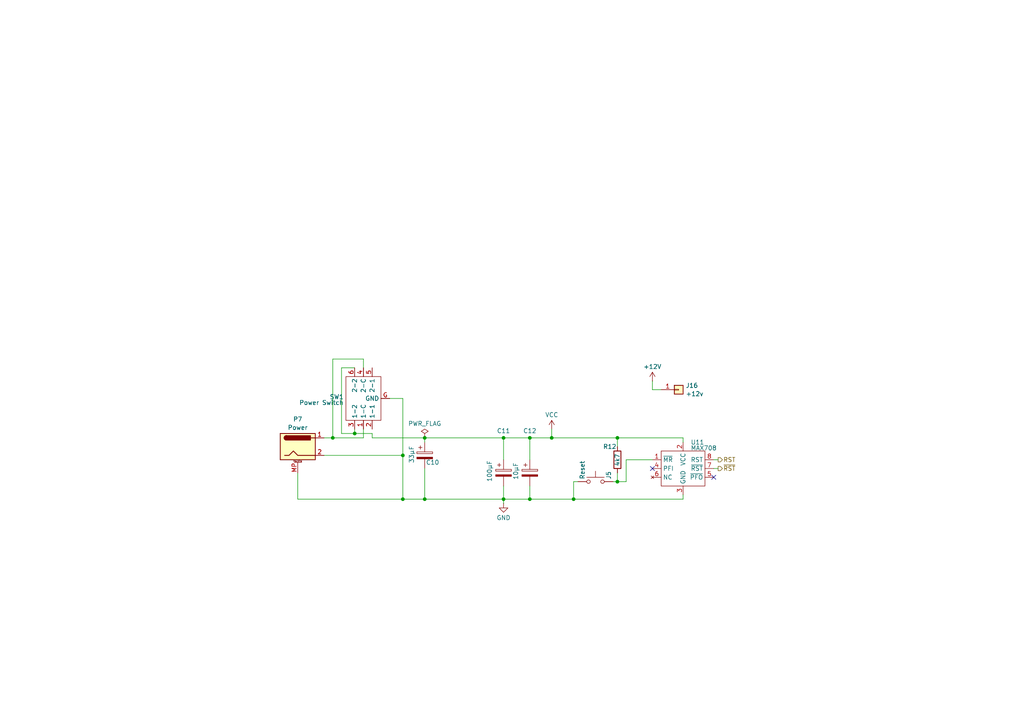
<source format=kicad_sch>
(kicad_sch
	(version 20250114)
	(generator "eeschema")
	(generator_version "9.0")
	(uuid "07ac2621-b141-4284-8c2f-efdbae4683df")
	(paper "A4")
	(title_block
		(title "MicroLind - PSU & Reset")
		(date "2025-03-03")
		(rev "C0")
		(company "Eric Lind")
	)
	(lib_symbols
		(symbol "Connector:Barrel_Jack_MountingPin"
			(pin_names
				(hide yes)
			)
			(exclude_from_sim no)
			(in_bom yes)
			(on_board yes)
			(property "Reference" "J"
				(at 0 5.334 0)
				(effects
					(font
						(size 1.27 1.27)
					)
				)
			)
			(property "Value" "Barrel_Jack_MountingPin"
				(at 1.27 -6.35 0)
				(effects
					(font
						(size 1.27 1.27)
					)
					(justify left)
				)
			)
			(property "Footprint" ""
				(at 1.27 -1.016 0)
				(effects
					(font
						(size 1.27 1.27)
					)
					(hide yes)
				)
			)
			(property "Datasheet" "~"
				(at 1.27 -1.016 0)
				(effects
					(font
						(size 1.27 1.27)
					)
					(hide yes)
				)
			)
			(property "Description" "DC Barrel Jack with a mounting pin"
				(at 0 0 0)
				(effects
					(font
						(size 1.27 1.27)
					)
					(hide yes)
				)
			)
			(property "ki_keywords" "DC power barrel jack connector"
				(at 0 0 0)
				(effects
					(font
						(size 1.27 1.27)
					)
					(hide yes)
				)
			)
			(property "ki_fp_filters" "BarrelJack*"
				(at 0 0 0)
				(effects
					(font
						(size 1.27 1.27)
					)
					(hide yes)
				)
			)
			(symbol "Barrel_Jack_MountingPin_0_1"
				(rectangle
					(start -5.08 3.81)
					(end 5.08 -3.81)
					(stroke
						(width 0.254)
						(type solid)
					)
					(fill
						(type background)
					)
				)
				(polyline
					(pts
						(xy -3.81 -2.54) (xy -2.54 -2.54) (xy -1.27 -1.27) (xy 0 -2.54) (xy 2.54 -2.54) (xy 5.08 -2.54)
					)
					(stroke
						(width 0.254)
						(type solid)
					)
					(fill
						(type none)
					)
				)
				(arc
					(start -3.302 1.905)
					(mid -3.937 2.54)
					(end -3.302 3.175)
					(stroke
						(width 0.254)
						(type solid)
					)
					(fill
						(type none)
					)
				)
				(arc
					(start -3.302 1.905)
					(mid -3.937 2.54)
					(end -3.302 3.175)
					(stroke
						(width 0.254)
						(type solid)
					)
					(fill
						(type outline)
					)
				)
				(rectangle
					(start 3.683 3.175)
					(end -3.302 1.905)
					(stroke
						(width 0.254)
						(type solid)
					)
					(fill
						(type outline)
					)
				)
				(polyline
					(pts
						(xy 5.08 2.54) (xy 3.81 2.54)
					)
					(stroke
						(width 0.254)
						(type solid)
					)
					(fill
						(type none)
					)
				)
			)
			(symbol "Barrel_Jack_MountingPin_1_1"
				(polyline
					(pts
						(xy -1.016 -4.572) (xy 1.016 -4.572)
					)
					(stroke
						(width 0.1524)
						(type solid)
					)
					(fill
						(type none)
					)
				)
				(text "Mounting"
					(at 0 -4.191 0)
					(effects
						(font
							(size 0.381 0.381)
						)
					)
				)
				(pin passive line
					(at 0 -7.62 90)
					(length 3.048)
					(name "MountPin"
						(effects
							(font
								(size 1.27 1.27)
							)
						)
					)
					(number "MP"
						(effects
							(font
								(size 1.27 1.27)
							)
						)
					)
				)
				(pin passive line
					(at 7.62 2.54 180)
					(length 2.54)
					(name "~"
						(effects
							(font
								(size 1.27 1.27)
							)
						)
					)
					(number "1"
						(effects
							(font
								(size 1.27 1.27)
							)
						)
					)
				)
				(pin passive line
					(at 7.62 -2.54 180)
					(length 2.54)
					(name "~"
						(effects
							(font
								(size 1.27 1.27)
							)
						)
					)
					(number "2"
						(effects
							(font
								(size 1.27 1.27)
							)
						)
					)
				)
			)
			(embedded_fonts no)
		)
		(symbol "Connector_Generic:Conn_01x01"
			(pin_names
				(offset 1.016)
				(hide yes)
			)
			(exclude_from_sim no)
			(in_bom yes)
			(on_board yes)
			(property "Reference" "J"
				(at 0 2.54 0)
				(effects
					(font
						(size 1.27 1.27)
					)
				)
			)
			(property "Value" "Conn_01x01"
				(at 0 -2.54 0)
				(effects
					(font
						(size 1.27 1.27)
					)
				)
			)
			(property "Footprint" ""
				(at 0 0 0)
				(effects
					(font
						(size 1.27 1.27)
					)
					(hide yes)
				)
			)
			(property "Datasheet" "~"
				(at 0 0 0)
				(effects
					(font
						(size 1.27 1.27)
					)
					(hide yes)
				)
			)
			(property "Description" "Generic connector, single row, 01x01, script generated (kicad-library-utils/schlib/autogen/connector/)"
				(at 0 0 0)
				(effects
					(font
						(size 1.27 1.27)
					)
					(hide yes)
				)
			)
			(property "ki_keywords" "connector"
				(at 0 0 0)
				(effects
					(font
						(size 1.27 1.27)
					)
					(hide yes)
				)
			)
			(property "ki_fp_filters" "Connector*:*_1x??_*"
				(at 0 0 0)
				(effects
					(font
						(size 1.27 1.27)
					)
					(hide yes)
				)
			)
			(symbol "Conn_01x01_1_1"
				(rectangle
					(start -1.27 1.27)
					(end 1.27 -1.27)
					(stroke
						(width 0.254)
						(type default)
					)
					(fill
						(type background)
					)
				)
				(rectangle
					(start -1.27 0.127)
					(end 0 -0.127)
					(stroke
						(width 0.1524)
						(type default)
					)
					(fill
						(type none)
					)
				)
				(pin passive line
					(at -5.08 0 0)
					(length 3.81)
					(name "Pin_1"
						(effects
							(font
								(size 1.27 1.27)
							)
						)
					)
					(number "1"
						(effects
							(font
								(size 1.27 1.27)
							)
						)
					)
				)
			)
			(embedded_fonts no)
		)
		(symbol "Device:C_Polarized"
			(pin_numbers
				(hide yes)
			)
			(pin_names
				(offset 0.254)
			)
			(exclude_from_sim no)
			(in_bom yes)
			(on_board yes)
			(property "Reference" "C"
				(at 0.635 2.54 0)
				(effects
					(font
						(size 1.27 1.27)
					)
					(justify left)
				)
			)
			(property "Value" "C_Polarized"
				(at 0.635 -2.54 0)
				(effects
					(font
						(size 1.27 1.27)
					)
					(justify left)
				)
			)
			(property "Footprint" ""
				(at 0.9652 -3.81 0)
				(effects
					(font
						(size 1.27 1.27)
					)
					(hide yes)
				)
			)
			(property "Datasheet" "~"
				(at 0 0 0)
				(effects
					(font
						(size 1.27 1.27)
					)
					(hide yes)
				)
			)
			(property "Description" "Polarized capacitor"
				(at 0 0 0)
				(effects
					(font
						(size 1.27 1.27)
					)
					(hide yes)
				)
			)
			(property "ki_keywords" "cap capacitor"
				(at 0 0 0)
				(effects
					(font
						(size 1.27 1.27)
					)
					(hide yes)
				)
			)
			(property "ki_fp_filters" "CP_*"
				(at 0 0 0)
				(effects
					(font
						(size 1.27 1.27)
					)
					(hide yes)
				)
			)
			(symbol "C_Polarized_0_1"
				(rectangle
					(start -2.286 0.508)
					(end 2.286 1.016)
					(stroke
						(width 0)
						(type default)
					)
					(fill
						(type none)
					)
				)
				(polyline
					(pts
						(xy -1.778 2.286) (xy -0.762 2.286)
					)
					(stroke
						(width 0)
						(type default)
					)
					(fill
						(type none)
					)
				)
				(polyline
					(pts
						(xy -1.27 2.794) (xy -1.27 1.778)
					)
					(stroke
						(width 0)
						(type default)
					)
					(fill
						(type none)
					)
				)
				(rectangle
					(start 2.286 -0.508)
					(end -2.286 -1.016)
					(stroke
						(width 0)
						(type default)
					)
					(fill
						(type outline)
					)
				)
			)
			(symbol "C_Polarized_1_1"
				(pin passive line
					(at 0 3.81 270)
					(length 2.794)
					(name "~"
						(effects
							(font
								(size 1.27 1.27)
							)
						)
					)
					(number "1"
						(effects
							(font
								(size 1.27 1.27)
							)
						)
					)
				)
				(pin passive line
					(at 0 -3.81 90)
					(length 2.794)
					(name "~"
						(effects
							(font
								(size 1.27 1.27)
							)
						)
					)
					(number "2"
						(effects
							(font
								(size 1.27 1.27)
							)
						)
					)
				)
			)
			(embedded_fonts no)
		)
		(symbol "Device:R"
			(pin_numbers
				(hide yes)
			)
			(pin_names
				(offset 0)
			)
			(exclude_from_sim no)
			(in_bom yes)
			(on_board yes)
			(property "Reference" "R"
				(at 2.032 0 90)
				(effects
					(font
						(size 1.27 1.27)
					)
				)
			)
			(property "Value" "R"
				(at 0 0 90)
				(effects
					(font
						(size 1.27 1.27)
					)
				)
			)
			(property "Footprint" ""
				(at -1.778 0 90)
				(effects
					(font
						(size 1.27 1.27)
					)
					(hide yes)
				)
			)
			(property "Datasheet" "~"
				(at 0 0 0)
				(effects
					(font
						(size 1.27 1.27)
					)
					(hide yes)
				)
			)
			(property "Description" "Resistor"
				(at 0 0 0)
				(effects
					(font
						(size 1.27 1.27)
					)
					(hide yes)
				)
			)
			(property "ki_keywords" "R res resistor"
				(at 0 0 0)
				(effects
					(font
						(size 1.27 1.27)
					)
					(hide yes)
				)
			)
			(property "ki_fp_filters" "R_*"
				(at 0 0 0)
				(effects
					(font
						(size 1.27 1.27)
					)
					(hide yes)
				)
			)
			(symbol "R_0_1"
				(rectangle
					(start -1.016 -2.54)
					(end 1.016 2.54)
					(stroke
						(width 0.254)
						(type default)
					)
					(fill
						(type none)
					)
				)
			)
			(symbol "R_1_1"
				(pin passive line
					(at 0 3.81 270)
					(length 1.27)
					(name "~"
						(effects
							(font
								(size 1.27 1.27)
							)
						)
					)
					(number "1"
						(effects
							(font
								(size 1.27 1.27)
							)
						)
					)
				)
				(pin passive line
					(at 0 -3.81 90)
					(length 1.27)
					(name "~"
						(effects
							(font
								(size 1.27 1.27)
							)
						)
					)
					(number "2"
						(effects
							(font
								(size 1.27 1.27)
							)
						)
					)
				)
			)
			(embedded_fonts no)
		)
		(symbol "Switch:SW_Push"
			(pin_numbers
				(hide yes)
			)
			(pin_names
				(offset 1.016)
				(hide yes)
			)
			(exclude_from_sim no)
			(in_bom yes)
			(on_board yes)
			(property "Reference" "SW"
				(at 1.27 2.54 0)
				(effects
					(font
						(size 1.27 1.27)
					)
					(justify left)
				)
			)
			(property "Value" "SW_Push"
				(at 0 -1.524 0)
				(effects
					(font
						(size 1.27 1.27)
					)
				)
			)
			(property "Footprint" ""
				(at 0 5.08 0)
				(effects
					(font
						(size 1.27 1.27)
					)
					(hide yes)
				)
			)
			(property "Datasheet" "~"
				(at 0 5.08 0)
				(effects
					(font
						(size 1.27 1.27)
					)
					(hide yes)
				)
			)
			(property "Description" "Push button switch, generic, two pins"
				(at 0 0 0)
				(effects
					(font
						(size 1.27 1.27)
					)
					(hide yes)
				)
			)
			(property "ki_keywords" "switch normally-open pushbutton push-button"
				(at 0 0 0)
				(effects
					(font
						(size 1.27 1.27)
					)
					(hide yes)
				)
			)
			(symbol "SW_Push_0_1"
				(circle
					(center -2.032 0)
					(radius 0.508)
					(stroke
						(width 0)
						(type default)
					)
					(fill
						(type none)
					)
				)
				(polyline
					(pts
						(xy 0 1.27) (xy 0 3.048)
					)
					(stroke
						(width 0)
						(type default)
					)
					(fill
						(type none)
					)
				)
				(circle
					(center 2.032 0)
					(radius 0.508)
					(stroke
						(width 0)
						(type default)
					)
					(fill
						(type none)
					)
				)
				(polyline
					(pts
						(xy 2.54 1.27) (xy -2.54 1.27)
					)
					(stroke
						(width 0)
						(type default)
					)
					(fill
						(type none)
					)
				)
				(pin passive line
					(at -5.08 0 0)
					(length 2.54)
					(name "1"
						(effects
							(font
								(size 1.27 1.27)
							)
						)
					)
					(number "1"
						(effects
							(font
								(size 1.27 1.27)
							)
						)
					)
				)
				(pin passive line
					(at 5.08 0 180)
					(length 2.54)
					(name "2"
						(effects
							(font
								(size 1.27 1.27)
							)
						)
					)
					(number "2"
						(effects
							(font
								(size 1.27 1.27)
							)
						)
					)
				)
			)
			(embedded_fonts no)
		)
		(symbol "motherboard:CMD-Switch"
			(exclude_from_sim no)
			(in_bom yes)
			(on_board yes)
			(property "Reference" "SW"
				(at 0 11.938 0)
				(effects
					(font
						(size 1.27 1.27)
					)
				)
			)
			(property "Value" ""
				(at 0 0 0)
				(effects
					(font
						(size 1.27 1.27)
					)
				)
			)
			(property "Footprint" ""
				(at 0 0 0)
				(effects
					(font
						(size 1.27 1.27)
					)
					(hide yes)
				)
			)
			(property "Datasheet" ""
				(at 0 0 0)
				(effects
					(font
						(size 1.27 1.27)
					)
					(hide yes)
				)
			)
			(property "Description" ""
				(at 0 0 0)
				(effects
					(font
						(size 1.27 1.27)
					)
					(hide yes)
				)
			)
			(symbol "CMD-Switch_0_1"
				(polyline
					(pts
						(xy -6.35 10.16) (xy -6.35 0) (xy 6.35 0) (xy 6.35 10.16) (xy -6.35 10.16)
					)
					(stroke
						(width 0)
						(type default)
					)
					(fill
						(type none)
					)
				)
			)
			(symbol "CMD-Switch_1_1"
				(pin output line
					(at -8.89 7.62 0)
					(length 2.54)
					(name "1-2"
						(effects
							(font
								(size 1.27 1.27)
							)
						)
					)
					(number "3"
						(effects
							(font
								(size 1.27 1.27)
							)
						)
					)
				)
				(pin input line
					(at -8.89 5.08 0)
					(length 2.54)
					(name "1-C"
						(effects
							(font
								(size 1.27 1.27)
							)
						)
					)
					(number "1"
						(effects
							(font
								(size 1.27 1.27)
							)
						)
					)
				)
				(pin output line
					(at -8.89 2.54 0)
					(length 2.54)
					(name "1-1"
						(effects
							(font
								(size 1.27 1.27)
							)
						)
					)
					(number "2"
						(effects
							(font
								(size 1.27 1.27)
							)
						)
					)
				)
				(pin output line
					(at 0 -2.54 90)
					(length 2.54)
					(name "GND"
						(effects
							(font
								(size 1.27 1.27)
							)
						)
					)
					(number "G"
						(effects
							(font
								(size 1.27 1.27)
							)
						)
					)
				)
				(pin output line
					(at 8.89 7.62 180)
					(length 2.54)
					(name "2-2"
						(effects
							(font
								(size 1.27 1.27)
							)
						)
					)
					(number "6"
						(effects
							(font
								(size 1.27 1.27)
							)
						)
					)
				)
				(pin input line
					(at 8.89 5.08 180)
					(length 2.54)
					(name "2-C"
						(effects
							(font
								(size 1.27 1.27)
							)
						)
					)
					(number "4"
						(effects
							(font
								(size 1.27 1.27)
							)
						)
					)
				)
				(pin output line
					(at 8.89 2.54 180)
					(length 2.54)
					(name "2-1"
						(effects
							(font
								(size 1.27 1.27)
							)
						)
					)
					(number "5"
						(effects
							(font
								(size 1.27 1.27)
							)
						)
					)
				)
			)
			(embedded_fonts no)
		)
		(symbol "motherboard:MAX708"
			(exclude_from_sim no)
			(in_bom yes)
			(on_board yes)
			(property "Reference" "U"
				(at 0 0 0)
				(effects
					(font
						(size 1.27 1.27)
					)
				)
			)
			(property "Value" ""
				(at 0 0 0)
				(effects
					(font
						(size 1.27 1.27)
					)
				)
			)
			(property "Footprint" ""
				(at 0 0 0)
				(effects
					(font
						(size 1.27 1.27)
					)
					(hide yes)
				)
			)
			(property "Datasheet" ""
				(at 0 0 0)
				(effects
					(font
						(size 1.27 1.27)
					)
					(hide yes)
				)
			)
			(property "Description" ""
				(at 0 0 0)
				(effects
					(font
						(size 1.27 1.27)
					)
					(hide yes)
				)
			)
			(symbol "MAX708_0_1"
				(rectangle
					(start -1.27 -1.27)
					(end 11.43 -11.43)
					(stroke
						(width 0)
						(type default)
					)
					(fill
						(type none)
					)
				)
			)
			(symbol "MAX708_1_1"
				(pin input line
					(at -3.81 -3.81 0)
					(length 2.54)
					(name "~{MR}"
						(effects
							(font
								(size 1.27 1.27)
							)
						)
					)
					(number "1"
						(effects
							(font
								(size 1.27 1.27)
							)
						)
					)
				)
				(pin input line
					(at -3.81 -6.35 0)
					(length 2.54)
					(name "PFI"
						(effects
							(font
								(size 1.27 1.27)
							)
						)
					)
					(number "4"
						(effects
							(font
								(size 1.27 1.27)
							)
						)
					)
				)
				(pin no_connect line
					(at -3.81 -8.89 0)
					(length 2.54)
					(name "NC"
						(effects
							(font
								(size 1.27 1.27)
							)
						)
					)
					(number "6"
						(effects
							(font
								(size 1.27 1.27)
							)
						)
					)
				)
				(pin power_in line
					(at 5.08 1.27 270)
					(length 2.54)
					(name "VCC"
						(effects
							(font
								(size 1.27 1.27)
							)
						)
					)
					(number "2"
						(effects
							(font
								(size 1.27 1.27)
							)
						)
					)
				)
				(pin power_in line
					(at 5.08 -13.97 90)
					(length 2.54)
					(name "GND"
						(effects
							(font
								(size 1.27 1.27)
							)
						)
					)
					(number "3"
						(effects
							(font
								(size 1.27 1.27)
							)
						)
					)
				)
				(pin output line
					(at 13.97 -3.81 180)
					(length 2.54)
					(name "RST"
						(effects
							(font
								(size 1.27 1.27)
							)
						)
					)
					(number "8"
						(effects
							(font
								(size 1.27 1.27)
							)
						)
					)
				)
				(pin output line
					(at 13.97 -6.35 180)
					(length 2.54)
					(name "~{RST}"
						(effects
							(font
								(size 1.27 1.27)
							)
						)
					)
					(number "7"
						(effects
							(font
								(size 1.27 1.27)
							)
						)
					)
				)
				(pin output line
					(at 13.97 -8.89 180)
					(length 2.54)
					(name "~{PFO}"
						(effects
							(font
								(size 1.27 1.27)
							)
						)
					)
					(number "5"
						(effects
							(font
								(size 1.27 1.27)
							)
						)
					)
				)
			)
			(embedded_fonts no)
		)
		(symbol "power:+12V"
			(power)
			(pin_numbers
				(hide yes)
			)
			(pin_names
				(offset 0)
				(hide yes)
			)
			(exclude_from_sim no)
			(in_bom yes)
			(on_board yes)
			(property "Reference" "#PWR"
				(at 0 -3.81 0)
				(effects
					(font
						(size 1.27 1.27)
					)
					(hide yes)
				)
			)
			(property "Value" "+12V"
				(at 0 3.556 0)
				(effects
					(font
						(size 1.27 1.27)
					)
				)
			)
			(property "Footprint" ""
				(at 0 0 0)
				(effects
					(font
						(size 1.27 1.27)
					)
					(hide yes)
				)
			)
			(property "Datasheet" ""
				(at 0 0 0)
				(effects
					(font
						(size 1.27 1.27)
					)
					(hide yes)
				)
			)
			(property "Description" "Power symbol creates a global label with name \"+12V\""
				(at 0 0 0)
				(effects
					(font
						(size 1.27 1.27)
					)
					(hide yes)
				)
			)
			(property "ki_keywords" "global power"
				(at 0 0 0)
				(effects
					(font
						(size 1.27 1.27)
					)
					(hide yes)
				)
			)
			(symbol "+12V_0_1"
				(polyline
					(pts
						(xy -0.762 1.27) (xy 0 2.54)
					)
					(stroke
						(width 0)
						(type default)
					)
					(fill
						(type none)
					)
				)
				(polyline
					(pts
						(xy 0 2.54) (xy 0.762 1.27)
					)
					(stroke
						(width 0)
						(type default)
					)
					(fill
						(type none)
					)
				)
				(polyline
					(pts
						(xy 0 0) (xy 0 2.54)
					)
					(stroke
						(width 0)
						(type default)
					)
					(fill
						(type none)
					)
				)
			)
			(symbol "+12V_1_1"
				(pin power_in line
					(at 0 0 90)
					(length 0)
					(name "~"
						(effects
							(font
								(size 1.27 1.27)
							)
						)
					)
					(number "1"
						(effects
							(font
								(size 1.27 1.27)
							)
						)
					)
				)
			)
			(embedded_fonts no)
		)
		(symbol "power:GND"
			(power)
			(pin_numbers
				(hide yes)
			)
			(pin_names
				(offset 0)
				(hide yes)
			)
			(exclude_from_sim no)
			(in_bom yes)
			(on_board yes)
			(property "Reference" "#PWR"
				(at 0 -6.35 0)
				(effects
					(font
						(size 1.27 1.27)
					)
					(hide yes)
				)
			)
			(property "Value" "GND"
				(at 0 -3.81 0)
				(effects
					(font
						(size 1.27 1.27)
					)
				)
			)
			(property "Footprint" ""
				(at 0 0 0)
				(effects
					(font
						(size 1.27 1.27)
					)
					(hide yes)
				)
			)
			(property "Datasheet" ""
				(at 0 0 0)
				(effects
					(font
						(size 1.27 1.27)
					)
					(hide yes)
				)
			)
			(property "Description" "Power symbol creates a global label with name \"GND\" , ground"
				(at 0 0 0)
				(effects
					(font
						(size 1.27 1.27)
					)
					(hide yes)
				)
			)
			(property "ki_keywords" "global power"
				(at 0 0 0)
				(effects
					(font
						(size 1.27 1.27)
					)
					(hide yes)
				)
			)
			(symbol "GND_0_1"
				(polyline
					(pts
						(xy 0 0) (xy 0 -1.27) (xy 1.27 -1.27) (xy 0 -2.54) (xy -1.27 -1.27) (xy 0 -1.27)
					)
					(stroke
						(width 0)
						(type default)
					)
					(fill
						(type none)
					)
				)
			)
			(symbol "GND_1_1"
				(pin power_in line
					(at 0 0 270)
					(length 0)
					(name "~"
						(effects
							(font
								(size 1.27 1.27)
							)
						)
					)
					(number "1"
						(effects
							(font
								(size 1.27 1.27)
							)
						)
					)
				)
			)
			(embedded_fonts no)
		)
		(symbol "power:PWR_FLAG"
			(power)
			(pin_numbers
				(hide yes)
			)
			(pin_names
				(offset 0)
				(hide yes)
			)
			(exclude_from_sim no)
			(in_bom yes)
			(on_board yes)
			(property "Reference" "#FLG"
				(at 0 1.905 0)
				(effects
					(font
						(size 1.27 1.27)
					)
					(hide yes)
				)
			)
			(property "Value" "PWR_FLAG"
				(at 0 3.81 0)
				(effects
					(font
						(size 1.27 1.27)
					)
				)
			)
			(property "Footprint" ""
				(at 0 0 0)
				(effects
					(font
						(size 1.27 1.27)
					)
					(hide yes)
				)
			)
			(property "Datasheet" "~"
				(at 0 0 0)
				(effects
					(font
						(size 1.27 1.27)
					)
					(hide yes)
				)
			)
			(property "Description" "Special symbol for telling ERC where power comes from"
				(at 0 0 0)
				(effects
					(font
						(size 1.27 1.27)
					)
					(hide yes)
				)
			)
			(property "ki_keywords" "flag power"
				(at 0 0 0)
				(effects
					(font
						(size 1.27 1.27)
					)
					(hide yes)
				)
			)
			(symbol "PWR_FLAG_0_0"
				(pin power_out line
					(at 0 0 90)
					(length 0)
					(name "~"
						(effects
							(font
								(size 1.27 1.27)
							)
						)
					)
					(number "1"
						(effects
							(font
								(size 1.27 1.27)
							)
						)
					)
				)
			)
			(symbol "PWR_FLAG_0_1"
				(polyline
					(pts
						(xy 0 0) (xy 0 1.27) (xy -1.016 1.905) (xy 0 2.54) (xy 1.016 1.905) (xy 0 1.27)
					)
					(stroke
						(width 0)
						(type default)
					)
					(fill
						(type none)
					)
				)
			)
			(embedded_fonts no)
		)
		(symbol "power:VCC"
			(power)
			(pin_numbers
				(hide yes)
			)
			(pin_names
				(offset 0)
				(hide yes)
			)
			(exclude_from_sim no)
			(in_bom yes)
			(on_board yes)
			(property "Reference" "#PWR"
				(at 0 -3.81 0)
				(effects
					(font
						(size 1.27 1.27)
					)
					(hide yes)
				)
			)
			(property "Value" "VCC"
				(at 0 3.556 0)
				(effects
					(font
						(size 1.27 1.27)
					)
				)
			)
			(property "Footprint" ""
				(at 0 0 0)
				(effects
					(font
						(size 1.27 1.27)
					)
					(hide yes)
				)
			)
			(property "Datasheet" ""
				(at 0 0 0)
				(effects
					(font
						(size 1.27 1.27)
					)
					(hide yes)
				)
			)
			(property "Description" "Power symbol creates a global label with name \"VCC\""
				(at 0 0 0)
				(effects
					(font
						(size 1.27 1.27)
					)
					(hide yes)
				)
			)
			(property "ki_keywords" "global power"
				(at 0 0 0)
				(effects
					(font
						(size 1.27 1.27)
					)
					(hide yes)
				)
			)
			(symbol "VCC_0_1"
				(polyline
					(pts
						(xy -0.762 1.27) (xy 0 2.54)
					)
					(stroke
						(width 0)
						(type default)
					)
					(fill
						(type none)
					)
				)
				(polyline
					(pts
						(xy 0 2.54) (xy 0.762 1.27)
					)
					(stroke
						(width 0)
						(type default)
					)
					(fill
						(type none)
					)
				)
				(polyline
					(pts
						(xy 0 0) (xy 0 2.54)
					)
					(stroke
						(width 0)
						(type default)
					)
					(fill
						(type none)
					)
				)
			)
			(symbol "VCC_1_1"
				(pin power_in line
					(at 0 0 90)
					(length 0)
					(name "~"
						(effects
							(font
								(size 1.27 1.27)
							)
						)
					)
					(number "1"
						(effects
							(font
								(size 1.27 1.27)
							)
						)
					)
				)
			)
			(embedded_fonts no)
		)
	)
	(text "~"
		(exclude_from_sim no)
		(at 160.02 144.78 0)
		(effects
			(font
				(size 1.27 1.27)
			)
		)
		(uuid "5635478a-5ff8-42ea-85b6-090b4631ff3e")
	)
	(junction
		(at 179.07 127)
		(diameter 0)
		(color 0 0 0 0)
		(uuid "209f4392-e3e7-4cc2-99e9-8750a2d6ab40")
	)
	(junction
		(at 179.07 139.7)
		(diameter 0)
		(color 0 0 0 0)
		(uuid "21945628-96ef-45ca-9f22-9f7aa06a9e96")
	)
	(junction
		(at 116.84 132.08)
		(diameter 0)
		(color 0 0 0 0)
		(uuid "31ac0bd1-036a-4366-89cd-65597df9e4d7")
	)
	(junction
		(at 123.19 144.78)
		(diameter 0)
		(color 0 0 0 0)
		(uuid "3a86189f-a8e4-4980-bb39-e7687587ddb7")
	)
	(junction
		(at 160.02 127)
		(diameter 0)
		(color 0 0 0 0)
		(uuid "51d7e15a-511d-4e84-898c-f939370e0df6")
	)
	(junction
		(at 153.67 144.78)
		(diameter 0)
		(color 0 0 0 0)
		(uuid "5e98227c-ef6c-4f4f-8fa7-1d6d478e2d56")
	)
	(junction
		(at 146.05 144.78)
		(diameter 0)
		(color 0 0 0 0)
		(uuid "68c873bc-c763-4eb0-8c4b-e4e14f045b54")
	)
	(junction
		(at 166.37 144.78)
		(diameter 0)
		(color 0 0 0 0)
		(uuid "79500238-152a-4078-b517-641e4fb5f149")
	)
	(junction
		(at 146.05 127)
		(diameter 0)
		(color 0 0 0 0)
		(uuid "81104618-636e-43c7-bd51-9bca7be447f6")
	)
	(junction
		(at 96.52 127)
		(diameter 0)
		(color 0 0 0 0)
		(uuid "cd3c7b78-fe7f-4c80-a1a3-d56d2f9eb406")
	)
	(junction
		(at 153.67 127)
		(diameter 0)
		(color 0 0 0 0)
		(uuid "dfaeb9f3-b0dc-433f-be0a-41d3a2455dce")
	)
	(junction
		(at 116.84 144.78)
		(diameter 0)
		(color 0 0 0 0)
		(uuid "e6f560a0-2285-4814-aa13-b14e9cac9797")
	)
	(junction
		(at 102.87 125.73)
		(diameter 0)
		(color 0 0 0 0)
		(uuid "ed246b5e-24ca-4aaf-b719-64baab12cf94")
	)
	(junction
		(at 123.19 127)
		(diameter 0)
		(color 0 0 0 0)
		(uuid "efbfe8b4-ee3c-405b-a60d-ca536e30084c")
	)
	(no_connect
		(at 189.23 135.89)
		(uuid "674a5f50-d6f9-434c-a342-85efa161c766")
	)
	(no_connect
		(at 207.01 138.43)
		(uuid "e28f257b-0fdf-420d-a9d0-4d0d8197536e")
	)
	(wire
		(pts
			(xy 102.87 125.73) (xy 102.87 124.46)
		)
		(stroke
			(width 0)
			(type default)
		)
		(uuid "02227865-df1e-4f53-a958-9840b3709b11")
	)
	(wire
		(pts
			(xy 96.52 127) (xy 105.41 127)
		)
		(stroke
			(width 0)
			(type default)
		)
		(uuid "030a0ff5-bdf2-4587-84b5-988d1e85506a")
	)
	(wire
		(pts
			(xy 198.12 127) (xy 198.12 128.27)
		)
		(stroke
			(width 0)
			(type default)
		)
		(uuid "059b4eed-bc85-4b41-ac3a-96687fa5790f")
	)
	(wire
		(pts
			(xy 96.52 104.14) (xy 105.41 104.14)
		)
		(stroke
			(width 0)
			(type default)
		)
		(uuid "105f2e1b-b831-4050-8da0-f2b5f7d7f2d2")
	)
	(wire
		(pts
			(xy 99.06 125.73) (xy 99.06 106.68)
		)
		(stroke
			(width 0)
			(type default)
		)
		(uuid "1653e308-c860-48f5-8424-76c10baabc90")
	)
	(wire
		(pts
			(xy 160.02 127) (xy 179.07 127)
		)
		(stroke
			(width 0)
			(type default)
		)
		(uuid "1c050ca8-414e-49a8-9882-4251dfc80c4e")
	)
	(wire
		(pts
			(xy 105.41 124.46) (xy 105.41 127)
		)
		(stroke
			(width 0)
			(type default)
		)
		(uuid "1c8b2cb4-9002-4c61-a4a0-bc9e344d6308")
	)
	(wire
		(pts
			(xy 86.36 137.16) (xy 86.36 144.78)
		)
		(stroke
			(width 0)
			(type default)
		)
		(uuid "1d0c5a38-7f2c-400d-94d3-7d98ec80d309")
	)
	(wire
		(pts
			(xy 102.87 125.73) (xy 99.06 125.73)
		)
		(stroke
			(width 0)
			(type default)
		)
		(uuid "1dbee59d-507b-484a-b77b-9ae1b3a70e5c")
	)
	(wire
		(pts
			(xy 198.12 143.51) (xy 198.12 144.78)
		)
		(stroke
			(width 0)
			(type default)
		)
		(uuid "24aa4a1c-7a75-4aae-8349-2248b6dbfaa7")
	)
	(wire
		(pts
			(xy 153.67 127) (xy 160.02 127)
		)
		(stroke
			(width 0)
			(type default)
		)
		(uuid "2c57e28d-5a7c-43d6-b447-d9e8b730ee34")
	)
	(wire
		(pts
			(xy 179.07 139.7) (xy 181.61 139.7)
		)
		(stroke
			(width 0)
			(type default)
		)
		(uuid "2cd5c5c6-33ef-49eb-bfb0-9687e2bc3e8d")
	)
	(wire
		(pts
			(xy 107.95 127) (xy 123.19 127)
		)
		(stroke
			(width 0)
			(type default)
		)
		(uuid "317c3760-b108-4818-96ce-7eb5dae46986")
	)
	(wire
		(pts
			(xy 123.19 127) (xy 146.05 127)
		)
		(stroke
			(width 0)
			(type default)
		)
		(uuid "328848b6-ad2c-4c90-88bf-aedc711f7c94")
	)
	(wire
		(pts
			(xy 181.61 139.7) (xy 181.61 133.35)
		)
		(stroke
			(width 0)
			(type default)
		)
		(uuid "38efe103-5be8-476d-b491-db16be4121ae")
	)
	(wire
		(pts
			(xy 179.07 127) (xy 198.12 127)
		)
		(stroke
			(width 0)
			(type default)
		)
		(uuid "4145bf22-ed96-49c7-96b2-d3898deb4063")
	)
	(wire
		(pts
			(xy 105.41 104.14) (xy 105.41 106.68)
		)
		(stroke
			(width 0)
			(type default)
		)
		(uuid "45f78269-1dcb-40fd-8ca8-0835ec22babf")
	)
	(wire
		(pts
			(xy 153.67 127) (xy 153.67 133.35)
		)
		(stroke
			(width 0)
			(type default)
		)
		(uuid "4f74798e-41a3-47bb-b4f4-edce4eb72728")
	)
	(wire
		(pts
			(xy 107.95 127) (xy 107.95 125.73)
		)
		(stroke
			(width 0)
			(type default)
		)
		(uuid "597fb83d-9ab1-4216-82e0-fe254498907c")
	)
	(wire
		(pts
			(xy 181.61 133.35) (xy 189.23 133.35)
		)
		(stroke
			(width 0)
			(type default)
		)
		(uuid "689ce561-28f5-44c5-81b4-befb5594d436")
	)
	(wire
		(pts
			(xy 146.05 144.78) (xy 146.05 146.05)
		)
		(stroke
			(width 0)
			(type default)
		)
		(uuid "68e21c80-1ee8-4ff8-9287-64bd847e9ed2")
	)
	(wire
		(pts
			(xy 113.03 115.57) (xy 116.84 115.57)
		)
		(stroke
			(width 0)
			(type default)
		)
		(uuid "7500e81f-9185-4379-9e4e-8015cce3e582")
	)
	(wire
		(pts
			(xy 116.84 144.78) (xy 123.19 144.78)
		)
		(stroke
			(width 0)
			(type default)
		)
		(uuid "763f9f38-79b1-42d4-b766-e0f15d4666df")
	)
	(wire
		(pts
			(xy 179.07 127) (xy 179.07 129.54)
		)
		(stroke
			(width 0)
			(type default)
		)
		(uuid "76d5d879-b52b-4fb1-8b46-eaa7ca9220b3")
	)
	(wire
		(pts
			(xy 179.07 137.16) (xy 179.07 139.7)
		)
		(stroke
			(width 0)
			(type default)
		)
		(uuid "76fb8465-b1c1-448e-b74f-dab891224155")
	)
	(wire
		(pts
			(xy 166.37 139.7) (xy 167.64 139.7)
		)
		(stroke
			(width 0)
			(type default)
		)
		(uuid "783fe4a3-e9ba-4ae9-afb2-de8ce46f118e")
	)
	(wire
		(pts
			(xy 86.36 144.78) (xy 116.84 144.78)
		)
		(stroke
			(width 0)
			(type default)
		)
		(uuid "8773d6b8-91ee-443d-9759-0c4727bd30d3")
	)
	(wire
		(pts
			(xy 93.98 132.08) (xy 116.84 132.08)
		)
		(stroke
			(width 0)
			(type default)
		)
		(uuid "8dc0e824-4829-4af7-bd9d-1023d07cb640")
	)
	(wire
		(pts
			(xy 207.01 135.89) (xy 208.28 135.89)
		)
		(stroke
			(width 0)
			(type default)
		)
		(uuid "97aa2f11-4281-4462-b222-c7efecdfa863")
	)
	(wire
		(pts
			(xy 153.67 144.78) (xy 166.37 144.78)
		)
		(stroke
			(width 0)
			(type default)
		)
		(uuid "9e4cdff7-16e0-432d-a380-0436518adb69")
	)
	(wire
		(pts
			(xy 93.98 127) (xy 96.52 127)
		)
		(stroke
			(width 0)
			(type default)
		)
		(uuid "a0e4b20a-dcbf-4f4f-b5cd-98601619426f")
	)
	(wire
		(pts
			(xy 177.8 139.7) (xy 179.07 139.7)
		)
		(stroke
			(width 0)
			(type default)
		)
		(uuid "a230b1ab-6431-4800-85eb-7fb6dca9b17e")
	)
	(wire
		(pts
			(xy 166.37 144.78) (xy 198.12 144.78)
		)
		(stroke
			(width 0)
			(type default)
		)
		(uuid "a64cab72-a234-4c0b-91f2-d244aeb0ca40")
	)
	(wire
		(pts
			(xy 146.05 133.35) (xy 146.05 127)
		)
		(stroke
			(width 0)
			(type default)
		)
		(uuid "a73c7f20-6092-488e-935e-a9959f5a4453")
	)
	(wire
		(pts
			(xy 166.37 139.7) (xy 166.37 144.78)
		)
		(stroke
			(width 0)
			(type default)
		)
		(uuid "a9d00706-c25d-4451-9a4b-f3e76266545f")
	)
	(wire
		(pts
			(xy 123.19 144.78) (xy 146.05 144.78)
		)
		(stroke
			(width 0)
			(type default)
		)
		(uuid "b1008746-b14c-4833-bcc5-347eea01c94e")
	)
	(wire
		(pts
			(xy 153.67 140.97) (xy 153.67 144.78)
		)
		(stroke
			(width 0)
			(type default)
		)
		(uuid "b48b11f0-75de-4b4c-a320-2ff7774d571d")
	)
	(wire
		(pts
			(xy 116.84 132.08) (xy 116.84 144.78)
		)
		(stroke
			(width 0)
			(type default)
		)
		(uuid "b9806719-10f2-4795-9636-ba4f3f6047d1")
	)
	(wire
		(pts
			(xy 123.19 135.89) (xy 123.19 144.78)
		)
		(stroke
			(width 0)
			(type default)
		)
		(uuid "b9f99aba-273c-465a-bf4d-e43bee6ddf21")
	)
	(wire
		(pts
			(xy 107.95 125.73) (xy 102.87 125.73)
		)
		(stroke
			(width 0)
			(type default)
		)
		(uuid "c7dcd3a7-0adc-46f3-8f3a-c1ac700de0db")
	)
	(wire
		(pts
			(xy 146.05 140.97) (xy 146.05 144.78)
		)
		(stroke
			(width 0)
			(type default)
		)
		(uuid "d25d0dd0-45cf-48fe-a350-17daf17704cf")
	)
	(wire
		(pts
			(xy 99.06 106.68) (xy 102.87 106.68)
		)
		(stroke
			(width 0)
			(type default)
		)
		(uuid "dde370f9-af6b-47a6-b825-f11c46ff6af7")
	)
	(wire
		(pts
			(xy 160.02 127) (xy 160.02 124.46)
		)
		(stroke
			(width 0)
			(type default)
		)
		(uuid "e155850b-7296-43eb-b18a-02c7f5b5fa31")
	)
	(wire
		(pts
			(xy 96.52 127) (xy 96.52 104.14)
		)
		(stroke
			(width 0)
			(type default)
		)
		(uuid "e2ea8d2e-5271-4d79-8cff-d43e025559b7")
	)
	(wire
		(pts
			(xy 123.19 127) (xy 123.19 128.27)
		)
		(stroke
			(width 0)
			(type default)
		)
		(uuid "e4e2bc19-2d60-44b9-964e-2196f3c72cb5")
	)
	(wire
		(pts
			(xy 191.77 113.03) (xy 189.23 113.03)
		)
		(stroke
			(width 0)
			(type default)
		)
		(uuid "ea52af7f-08fc-4654-9a0d-d1a8a60bd0a8")
	)
	(wire
		(pts
			(xy 207.01 133.35) (xy 208.28 133.35)
		)
		(stroke
			(width 0)
			(type default)
		)
		(uuid "f22dc5fc-1b1d-4ed7-9b93-6a338823b287")
	)
	(wire
		(pts
			(xy 146.05 127) (xy 153.67 127)
		)
		(stroke
			(width 0)
			(type default)
		)
		(uuid "f34ed9dc-cfe8-4ef5-9a82-91c83a936a38")
	)
	(wire
		(pts
			(xy 116.84 115.57) (xy 116.84 132.08)
		)
		(stroke
			(width 0)
			(type default)
		)
		(uuid "f655826b-1217-4e3f-bd44-9b111e19c91f")
	)
	(wire
		(pts
			(xy 146.05 144.78) (xy 153.67 144.78)
		)
		(stroke
			(width 0)
			(type default)
		)
		(uuid "f72ef694-ba44-4d78-b4c6-570997d869cd")
	)
	(wire
		(pts
			(xy 189.23 113.03) (xy 189.23 110.49)
		)
		(stroke
			(width 0)
			(type default)
		)
		(uuid "fd242c70-8bc5-43d4-95d7-00ae8a5769c7")
	)
	(hierarchical_label "~{RST}"
		(shape output)
		(at 208.28 135.89 0)
		(effects
			(font
				(size 1.27 1.27)
			)
			(justify left)
		)
		(uuid "186916f7-ac49-47a4-8220-3e487486f322")
	)
	(hierarchical_label "RST"
		(shape output)
		(at 208.28 133.35 0)
		(effects
			(font
				(size 1.27 1.27)
			)
			(justify left)
		)
		(uuid "a4a85652-6d53-47b6-80dc-cfbb8f424f54")
	)
	(symbol
		(lib_id "power:VCC")
		(at 160.02 124.46 0)
		(unit 1)
		(exclude_from_sim no)
		(in_bom yes)
		(on_board yes)
		(dnp no)
		(fields_autoplaced yes)
		(uuid "1ce41201-da02-49f4-800e-ae19807f9175")
		(property "Reference" "#PWR027"
			(at 160.02 128.27 0)
			(effects
				(font
					(size 1.27 1.27)
				)
				(hide yes)
			)
		)
		(property "Value" "VCC"
			(at 160.02 120.3269 0)
			(effects
				(font
					(size 1.27 1.27)
				)
			)
		)
		(property "Footprint" ""
			(at 160.02 124.46 0)
			(effects
				(font
					(size 1.27 1.27)
				)
				(hide yes)
			)
		)
		(property "Datasheet" ""
			(at 160.02 124.46 0)
			(effects
				(font
					(size 1.27 1.27)
				)
				(hide yes)
			)
		)
		(property "Description" "Power symbol creates a global label with name \"VCC\""
			(at 160.02 124.46 0)
			(effects
				(font
					(size 1.27 1.27)
				)
				(hide yes)
			)
		)
		(pin "1"
			(uuid "69dc9201-9289-40a0-95ee-f6c1982f473a")
		)
		(instances
			(project "motherboard"
				(path "/4cf1c087-5c32-4958-ab30-5e92afc4ef4b/2674a088-a7e1-45c5-a464-4e213ad1e901"
					(reference "#PWR027")
					(unit 1)
				)
			)
		)
	)
	(symbol
		(lib_id "Connector_Generic:Conn_01x01")
		(at 196.85 113.03 0)
		(unit 1)
		(exclude_from_sim no)
		(in_bom yes)
		(on_board yes)
		(dnp no)
		(fields_autoplaced yes)
		(uuid "2778666e-1bac-4796-bdc0-c180a5123a1b")
		(property "Reference" "J16"
			(at 198.882 111.8178 0)
			(effects
				(font
					(size 1.27 1.27)
				)
				(justify left)
			)
		)
		(property "Value" "+12v"
			(at 198.882 114.2421 0)
			(effects
				(font
					(size 1.27 1.27)
				)
				(justify left)
			)
		)
		(property "Footprint" "Connector_PinHeader_2.54mm:PinHeader_1x01_P2.54mm_Vertical"
			(at 196.85 113.03 0)
			(effects
				(font
					(size 1.27 1.27)
				)
				(hide yes)
			)
		)
		(property "Datasheet" "~"
			(at 196.85 113.03 0)
			(effects
				(font
					(size 1.27 1.27)
				)
				(hide yes)
			)
		)
		(property "Description" "Generic connector, single row, 01x01, script generated (kicad-library-utils/schlib/autogen/connector/)"
			(at 196.85 113.03 0)
			(effects
				(font
					(size 1.27 1.27)
				)
				(hide yes)
			)
		)
		(pin "1"
			(uuid "71ea8b12-0a62-42ec-b80c-3df2deb57a4c")
		)
		(instances
			(project ""
				(path "/4cf1c087-5c32-4958-ab30-5e92afc4ef4b/2674a088-a7e1-45c5-a464-4e213ad1e901"
					(reference "J16")
					(unit 1)
				)
			)
		)
	)
	(symbol
		(lib_id "Switch:SW_Push")
		(at 172.72 139.7 0)
		(unit 1)
		(exclude_from_sim no)
		(in_bom yes)
		(on_board yes)
		(dnp no)
		(uuid "307ae746-07e3-464e-a203-2a9f689e4f99")
		(property "Reference" "J5"
			(at 176.53 136.652 90)
			(effects
				(font
					(size 1.27 1.27)
				)
				(justify right)
			)
		)
		(property "Value" "Reset"
			(at 168.91 133.604 90)
			(effects
				(font
					(size 1.27 1.27)
				)
				(justify right)
			)
		)
		(property "Footprint" "Connector_PinHeader_2.54mm:PinHeader_1x02_P2.54mm_Vertical"
			(at 172.72 134.62 0)
			(effects
				(font
					(size 1.27 1.27)
				)
				(hide yes)
			)
		)
		(property "Datasheet" "~"
			(at 172.72 134.62 0)
			(effects
				(font
					(size 1.27 1.27)
				)
				(hide yes)
			)
		)
		(property "Description" "Push button switch, generic, two pins"
			(at 172.72 139.7 0)
			(effects
				(font
					(size 1.27 1.27)
				)
				(hide yes)
			)
		)
		(pin "1"
			(uuid "d5458e77-74c1-4775-b6b8-3b69fecce418")
		)
		(pin "2"
			(uuid "7479545a-3591-4d4e-a9a9-81110352a8e5")
		)
		(instances
			(project "motherboard"
				(path "/4cf1c087-5c32-4958-ab30-5e92afc4ef4b/2674a088-a7e1-45c5-a464-4e213ad1e901"
					(reference "J5")
					(unit 1)
				)
			)
		)
	)
	(symbol
		(lib_id "Device:C_Polarized")
		(at 146.05 137.16 0)
		(unit 1)
		(exclude_from_sim no)
		(in_bom yes)
		(on_board yes)
		(dnp no)
		(uuid "8c34d5cc-f47f-4dbc-8527-6c31b9c771b1")
		(property "Reference" "C11"
			(at 146.05 124.968 0)
			(effects
				(font
					(size 1.27 1.27)
				)
			)
		)
		(property "Value" "100µF"
			(at 141.986 136.652 90)
			(effects
				(font
					(size 1.27 1.27)
				)
			)
		)
		(property "Footprint" "Capacitor_THT:CP_Radial_D6.3mm_P2.50mm"
			(at 147.0152 140.97 0)
			(effects
				(font
					(size 1.27 1.27)
				)
				(hide yes)
			)
		)
		(property "Datasheet" "~"
			(at 146.05 137.16 0)
			(effects
				(font
					(size 1.27 1.27)
				)
				(hide yes)
			)
		)
		(property "Description" "Polarized capacitor"
			(at 146.05 137.16 0)
			(effects
				(font
					(size 1.27 1.27)
				)
				(hide yes)
			)
		)
		(pin "2"
			(uuid "ebdbd38a-ff8d-40d1-800a-124fb295e3a0")
		)
		(pin "1"
			(uuid "88b87455-54d8-473a-87d7-4849af6de069")
		)
		(instances
			(project "motherboard"
				(path "/4cf1c087-5c32-4958-ab30-5e92afc4ef4b/2674a088-a7e1-45c5-a464-4e213ad1e901"
					(reference "C11")
					(unit 1)
				)
			)
		)
	)
	(symbol
		(lib_id "power:GND")
		(at 146.05 146.05 0)
		(unit 1)
		(exclude_from_sim no)
		(in_bom yes)
		(on_board yes)
		(dnp no)
		(fields_autoplaced yes)
		(uuid "99c0da0d-ea5a-4e61-8364-755594b41e0b")
		(property "Reference" "#PWR026"
			(at 146.05 152.4 0)
			(effects
				(font
					(size 1.27 1.27)
				)
				(hide yes)
			)
		)
		(property "Value" "GND"
			(at 146.05 150.1831 0)
			(effects
				(font
					(size 1.27 1.27)
				)
			)
		)
		(property "Footprint" ""
			(at 146.05 146.05 0)
			(effects
				(font
					(size 1.27 1.27)
				)
				(hide yes)
			)
		)
		(property "Datasheet" ""
			(at 146.05 146.05 0)
			(effects
				(font
					(size 1.27 1.27)
				)
				(hide yes)
			)
		)
		(property "Description" "Power symbol creates a global label with name \"GND\" , ground"
			(at 146.05 146.05 0)
			(effects
				(font
					(size 1.27 1.27)
				)
				(hide yes)
			)
		)
		(pin "1"
			(uuid "a76a07b2-14a2-449a-8c3d-f7a5ce1cb188")
		)
		(instances
			(project "motherboard"
				(path "/4cf1c087-5c32-4958-ab30-5e92afc4ef4b/2674a088-a7e1-45c5-a464-4e213ad1e901"
					(reference "#PWR026")
					(unit 1)
				)
			)
		)
	)
	(symbol
		(lib_id "power:PWR_FLAG")
		(at 123.19 127 0)
		(unit 1)
		(exclude_from_sim no)
		(in_bom yes)
		(on_board yes)
		(dnp no)
		(fields_autoplaced yes)
		(uuid "9f510ea0-535a-4fab-bce4-6abd5d37fd43")
		(property "Reference" "#FLG01"
			(at 123.19 125.095 0)
			(effects
				(font
					(size 1.27 1.27)
				)
				(hide yes)
			)
		)
		(property "Value" "PWR_FLAG"
			(at 123.19 122.8669 0)
			(effects
				(font
					(size 1.27 1.27)
				)
			)
		)
		(property "Footprint" ""
			(at 123.19 127 0)
			(effects
				(font
					(size 1.27 1.27)
				)
				(hide yes)
			)
		)
		(property "Datasheet" "~"
			(at 123.19 127 0)
			(effects
				(font
					(size 1.27 1.27)
				)
				(hide yes)
			)
		)
		(property "Description" "Special symbol for telling ERC where power comes from"
			(at 123.19 127 0)
			(effects
				(font
					(size 1.27 1.27)
				)
				(hide yes)
			)
		)
		(pin "1"
			(uuid "7fc30b0d-72fb-4ce2-b312-da75487cffc8")
		)
		(instances
			(project "motherboard"
				(path "/4cf1c087-5c32-4958-ab30-5e92afc4ef4b/2674a088-a7e1-45c5-a464-4e213ad1e901"
					(reference "#FLG01")
					(unit 1)
				)
			)
		)
	)
	(symbol
		(lib_id "power:+12V")
		(at 189.23 110.49 0)
		(unit 1)
		(exclude_from_sim no)
		(in_bom yes)
		(on_board yes)
		(dnp no)
		(fields_autoplaced yes)
		(uuid "c5ed403b-5aaf-4c58-81b2-a5eed42913fb")
		(property "Reference" "#PWR0125"
			(at 189.23 114.3 0)
			(effects
				(font
					(size 1.27 1.27)
				)
				(hide yes)
			)
		)
		(property "Value" "+12V"
			(at 189.23 106.3569 0)
			(effects
				(font
					(size 1.27 1.27)
				)
			)
		)
		(property "Footprint" ""
			(at 189.23 110.49 0)
			(effects
				(font
					(size 1.27 1.27)
				)
				(hide yes)
			)
		)
		(property "Datasheet" ""
			(at 189.23 110.49 0)
			(effects
				(font
					(size 1.27 1.27)
				)
				(hide yes)
			)
		)
		(property "Description" "Power symbol creates a global label with name \"+12V\""
			(at 189.23 110.49 0)
			(effects
				(font
					(size 1.27 1.27)
				)
				(hide yes)
			)
		)
		(pin "1"
			(uuid "46141f17-8cee-4b79-92d2-824bce55e6e5")
		)
		(instances
			(project ""
				(path "/4cf1c087-5c32-4958-ab30-5e92afc4ef4b/2674a088-a7e1-45c5-a464-4e213ad1e901"
					(reference "#PWR0125")
					(unit 1)
				)
			)
		)
	)
	(symbol
		(lib_id "Device:C_Polarized")
		(at 153.67 137.16 0)
		(unit 1)
		(exclude_from_sim no)
		(in_bom yes)
		(on_board yes)
		(dnp no)
		(uuid "cd4c8f13-9929-42e8-8302-b2287d357f23")
		(property "Reference" "C12"
			(at 153.67 124.968 0)
			(effects
				(font
					(size 1.27 1.27)
				)
			)
		)
		(property "Value" "10µF"
			(at 149.606 136.652 90)
			(effects
				(font
					(size 1.27 1.27)
				)
			)
		)
		(property "Footprint" "Capacitor_THT:CP_Radial_D4.0mm_P2.00mm"
			(at 154.6352 140.97 0)
			(effects
				(font
					(size 1.27 1.27)
				)
				(hide yes)
			)
		)
		(property "Datasheet" "~"
			(at 153.67 137.16 0)
			(effects
				(font
					(size 1.27 1.27)
				)
				(hide yes)
			)
		)
		(property "Description" "Polarized capacitor"
			(at 153.67 137.16 0)
			(effects
				(font
					(size 1.27 1.27)
				)
				(hide yes)
			)
		)
		(pin "2"
			(uuid "1da26095-ed3f-4f4c-a9e5-3e9cc07d1679")
		)
		(pin "1"
			(uuid "3c61ba7e-b260-4c5d-85aa-60d726adc988")
		)
		(instances
			(project "motherboard"
				(path "/4cf1c087-5c32-4958-ab30-5e92afc4ef4b/2674a088-a7e1-45c5-a464-4e213ad1e901"
					(reference "C12")
					(unit 1)
				)
			)
		)
	)
	(symbol
		(lib_id "Device:C_Polarized")
		(at 123.19 132.08 0)
		(unit 1)
		(exclude_from_sim no)
		(in_bom yes)
		(on_board yes)
		(dnp no)
		(uuid "d0053399-f335-4fff-a50f-8ff396e538db")
		(property "Reference" "C10"
			(at 125.476 134.112 0)
			(effects
				(font
					(size 1.27 1.27)
				)
			)
		)
		(property "Value" "33µF"
			(at 119.38 131.826 90)
			(effects
				(font
					(size 1.27 1.27)
				)
			)
		)
		(property "Footprint" "Capacitor_THT:CP_Radial_D6.3mm_P2.50mm"
			(at 124.1552 135.89 0)
			(effects
				(font
					(size 1.27 1.27)
				)
				(hide yes)
			)
		)
		(property "Datasheet" "~"
			(at 123.19 132.08 0)
			(effects
				(font
					(size 1.27 1.27)
				)
				(hide yes)
			)
		)
		(property "Description" "Polarized capacitor"
			(at 123.19 132.08 0)
			(effects
				(font
					(size 1.27 1.27)
				)
				(hide yes)
			)
		)
		(pin "2"
			(uuid "a2922491-ecbb-443a-892e-c494aa850bc8")
		)
		(pin "1"
			(uuid "c1eff010-89e6-4f4d-a175-3aca3d4be8bf")
		)
		(instances
			(project "motherboard"
				(path "/4cf1c087-5c32-4958-ab30-5e92afc4ef4b/2674a088-a7e1-45c5-a464-4e213ad1e901"
					(reference "C10")
					(unit 1)
				)
			)
		)
	)
	(symbol
		(lib_id "motherboard:MAX708")
		(at 193.04 129.54 0)
		(unit 1)
		(exclude_from_sim no)
		(in_bom yes)
		(on_board yes)
		(dnp no)
		(fields_autoplaced yes)
		(uuid "da4e973f-7fee-4a37-be2c-630ce0e765db")
		(property "Reference" "U11"
			(at 200.3141 128.2785 0)
			(effects
				(font
					(size 1.27 1.27)
				)
				(justify left)
			)
		)
		(property "Value" "MAX708"
			(at 200.3141 129.9599 0)
			(effects
				(font
					(size 1.27 1.27)
				)
				(justify left)
			)
		)
		(property "Footprint" "Package_DIP:DIP-8_W7.62mm_Socket"
			(at 193.04 129.54 0)
			(effects
				(font
					(size 1.27 1.27)
				)
				(hide yes)
			)
		)
		(property "Datasheet" ""
			(at 193.04 129.54 0)
			(effects
				(font
					(size 1.27 1.27)
				)
				(hide yes)
			)
		)
		(property "Description" ""
			(at 193.04 129.54 0)
			(effects
				(font
					(size 1.27 1.27)
				)
				(hide yes)
			)
		)
		(pin "8"
			(uuid "54df3716-e4d3-4ef1-a10c-bac8b873fa87")
		)
		(pin "2"
			(uuid "51271a6f-3059-4d3c-8739-84a6f9fd1a21")
		)
		(pin "3"
			(uuid "5d6b7eca-f345-43bd-b0d5-adf8fe61fa88")
		)
		(pin "5"
			(uuid "d9dc2adb-d7d5-4651-acd9-c43196a585b7")
		)
		(pin "1"
			(uuid "e0a83eec-03ea-4428-9ba6-b2095adbe4d2")
		)
		(pin "4"
			(uuid "1ae0bfe5-e71d-4855-b944-82b221767be2")
		)
		(pin "7"
			(uuid "1d54cda8-384d-4105-bb2c-0ad53912978b")
		)
		(pin "6"
			(uuid "dacc3d52-e147-4ce3-965a-5ecdb074c959")
		)
		(instances
			(project "motherboard"
				(path "/4cf1c087-5c32-4958-ab30-5e92afc4ef4b/2674a088-a7e1-45c5-a464-4e213ad1e901"
					(reference "U11")
					(unit 1)
				)
			)
		)
	)
	(symbol
		(lib_id "Device:R")
		(at 179.07 133.35 0)
		(unit 1)
		(exclude_from_sim no)
		(in_bom yes)
		(on_board yes)
		(dnp no)
		(uuid "eb94b40a-e382-4999-9ddb-84aacecc4102")
		(property "Reference" "R12"
			(at 178.816 129.54 0)
			(effects
				(font
					(size 1.27 1.27)
				)
				(justify right)
			)
		)
		(property "Value" "4k7"
			(at 179.07 131.572 90)
			(effects
				(font
					(size 1.27 1.27)
				)
				(justify right)
			)
		)
		(property "Footprint" "Resistor_THT:R_Axial_DIN0204_L3.6mm_D1.6mm_P7.62mm_Horizontal"
			(at 177.292 133.35 90)
			(effects
				(font
					(size 1.27 1.27)
				)
				(hide yes)
			)
		)
		(property "Datasheet" "~"
			(at 179.07 133.35 0)
			(effects
				(font
					(size 1.27 1.27)
				)
				(hide yes)
			)
		)
		(property "Description" "Resistor"
			(at 179.07 133.35 0)
			(effects
				(font
					(size 1.27 1.27)
				)
				(hide yes)
			)
		)
		(pin "1"
			(uuid "6fc7a33c-32fc-4c86-bb1f-e067eb544ec5")
		)
		(pin "2"
			(uuid "3e5ffb0d-5dc9-4bab-808d-8f726fa02b7f")
		)
		(instances
			(project "motherboard"
				(path "/4cf1c087-5c32-4958-ab30-5e92afc4ef4b/2674a088-a7e1-45c5-a464-4e213ad1e901"
					(reference "R12")
					(unit 1)
				)
			)
		)
	)
	(symbol
		(lib_id "motherboard:CMD-Switch")
		(at 110.49 115.57 90)
		(unit 1)
		(exclude_from_sim no)
		(in_bom yes)
		(on_board yes)
		(dnp no)
		(fields_autoplaced yes)
		(uuid "f2b389a3-00f8-4208-8d4c-4edbe31132e5")
		(property "Reference" "SW1"
			(at 99.695 115.1008 90)
			(effects
				(font
					(size 1.27 1.27)
				)
				(justify left)
			)
		)
		(property "Value" "Power Switch"
			(at 99.695 116.7822 90)
			(effects
				(font
					(size 1.27 1.27)
				)
				(justify left)
			)
		)
		(property "Footprint" "kicad-lib:CMD-Switch"
			(at 110.49 115.57 0)
			(effects
				(font
					(size 1.27 1.27)
				)
				(hide yes)
			)
		)
		(property "Datasheet" ""
			(at 110.49 115.57 0)
			(effects
				(font
					(size 1.27 1.27)
				)
				(hide yes)
			)
		)
		(property "Description" ""
			(at 110.49 115.57 0)
			(effects
				(font
					(size 1.27 1.27)
				)
				(hide yes)
			)
		)
		(pin "G"
			(uuid "96a7425a-31d6-41aa-a533-7c5c875afa40")
		)
		(pin "2"
			(uuid "733617b0-421e-4785-83a8-e2b4450addd8")
		)
		(pin "4"
			(uuid "d4d1f68d-f312-433c-8db1-43f2b2047beb")
		)
		(pin "6"
			(uuid "55076f02-d0c8-434c-a388-1fa4e56de4e7")
		)
		(pin "1"
			(uuid "7ae43af3-d658-4058-8a99-718db3040286")
		)
		(pin "5"
			(uuid "e815d4b3-c47c-4fd8-ae39-3fce23820d38")
		)
		(pin "3"
			(uuid "92600155-8007-4517-8424-2247c9f03fe1")
		)
		(instances
			(project "motherboard"
				(path "/4cf1c087-5c32-4958-ab30-5e92afc4ef4b/2674a088-a7e1-45c5-a464-4e213ad1e901"
					(reference "SW1")
					(unit 1)
				)
			)
		)
	)
	(symbol
		(lib_id "Connector:Barrel_Jack_MountingPin")
		(at 86.36 129.54 0)
		(unit 1)
		(exclude_from_sim no)
		(in_bom yes)
		(on_board yes)
		(dnp no)
		(fields_autoplaced yes)
		(uuid "fb0e1f99-8123-4791-845f-00fe91b82b53")
		(property "Reference" "P7"
			(at 86.36 121.5855 0)
			(effects
				(font
					(size 1.27 1.27)
				)
			)
		)
		(property "Value" "Power"
			(at 86.36 124.0098 0)
			(effects
				(font
					(size 1.27 1.27)
				)
			)
		)
		(property "Footprint" "Connector_BarrelJack:BarrelJack_CUI_PJ-063AH_Horizontal"
			(at 87.63 130.556 0)
			(effects
				(font
					(size 1.27 1.27)
				)
				(hide yes)
			)
		)
		(property "Datasheet" "~"
			(at 87.63 130.556 0)
			(effects
				(font
					(size 1.27 1.27)
				)
				(hide yes)
			)
		)
		(property "Description" "DC Barrel Jack with a mounting pin"
			(at 86.36 129.54 0)
			(effects
				(font
					(size 1.27 1.27)
				)
				(hide yes)
			)
		)
		(pin "1"
			(uuid "d54bc31e-3edc-4b77-8275-db513788133b")
		)
		(pin "MP"
			(uuid "4f3ea1f8-b152-42dc-98cf-a6fb63e3a93c")
		)
		(pin "2"
			(uuid "d3795236-83c6-4a7c-af59-535aff18ad0b")
		)
		(instances
			(project "motherboard"
				(path "/4cf1c087-5c32-4958-ab30-5e92afc4ef4b/2674a088-a7e1-45c5-a464-4e213ad1e901"
					(reference "P7")
					(unit 1)
				)
			)
		)
	)
)

</source>
